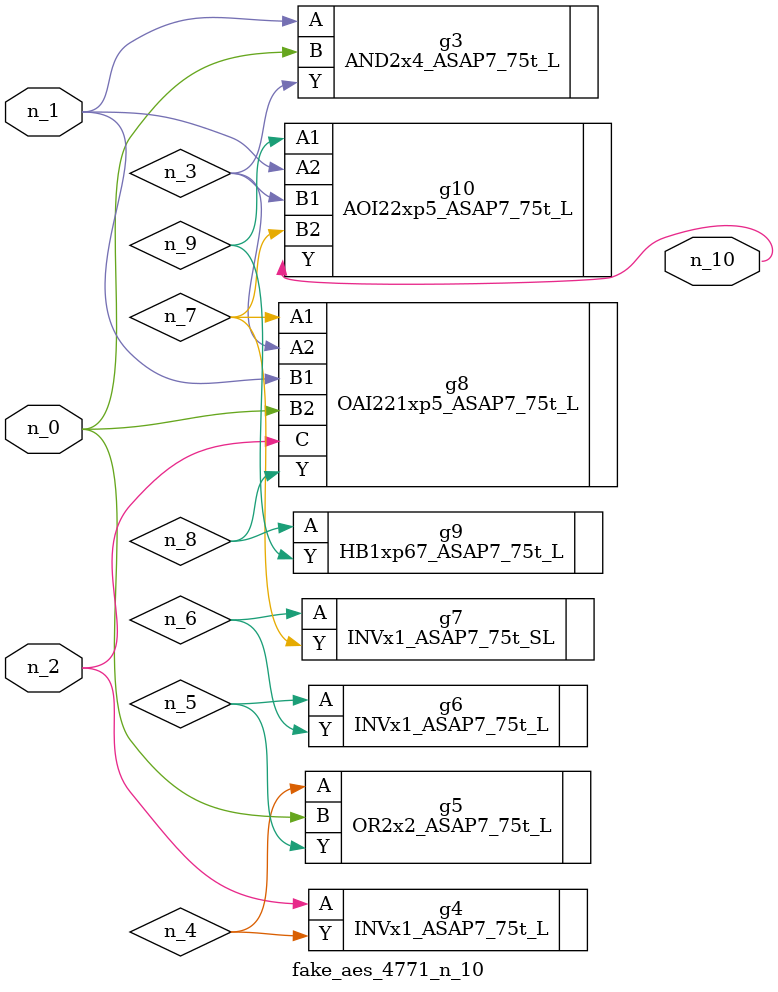
<source format=v>
module fake_aes_4771_n_10 (n_1, n_2, n_0, n_10);
input n_1;
input n_2;
input n_0;
output n_10;
wire n_6;
wire n_4;
wire n_3;
wire n_9;
wire n_5;
wire n_7;
wire n_8;
AND2x4_ASAP7_75t_L g3 ( .A(n_1), .B(n_0), .Y(n_3) );
INVx1_ASAP7_75t_L g4 ( .A(n_2), .Y(n_4) );
OR2x2_ASAP7_75t_L g5 ( .A(n_4), .B(n_0), .Y(n_5) );
INVx1_ASAP7_75t_L g6 ( .A(n_5), .Y(n_6) );
INVx1_ASAP7_75t_SL g7 ( .A(n_6), .Y(n_7) );
OAI221xp5_ASAP7_75t_L g8 ( .A1(n_7), .A2(n_3), .B1(n_1), .B2(n_0), .C(n_2), .Y(n_8) );
HB1xp67_ASAP7_75t_L g9 ( .A(n_8), .Y(n_9) );
AOI22xp5_ASAP7_75t_L g10 ( .A1(n_9), .A2(n_1), .B1(n_3), .B2(n_7), .Y(n_10) );
endmodule
</source>
